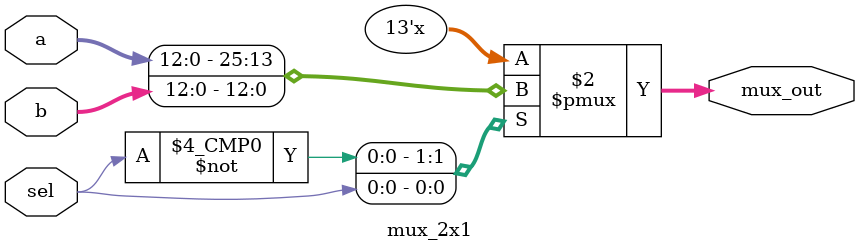
<source format=sv>
module mux_2x1 (
input logic [12:0] a,b,
input logic sel,
output logic [12:0] mux_out
);
always_comb begin
case(sel)
1'b0: mux_out = a;
1'b1: mux_out = b;
endcase
end 
endmodule

</source>
